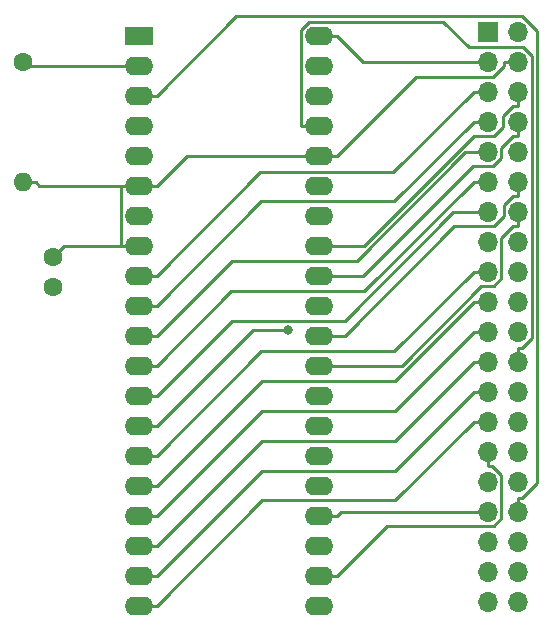
<source format=gbl>
G04 #@! TF.GenerationSoftware,KiCad,Pcbnew,(5.1.12)-1*
G04 #@! TF.CreationDate,2022-10-05T17:54:17-05:00*
G04 #@! TF.ProjectId,cpu,6370752e-6b69-4636-9164-5f7063625858,rev?*
G04 #@! TF.SameCoordinates,Original*
G04 #@! TF.FileFunction,Copper,L2,Bot*
G04 #@! TF.FilePolarity,Positive*
%FSLAX46Y46*%
G04 Gerber Fmt 4.6, Leading zero omitted, Abs format (unit mm)*
G04 Created by KiCad (PCBNEW (5.1.12)-1) date 2022-10-05 17:54:17*
%MOMM*%
%LPD*%
G01*
G04 APERTURE LIST*
G04 #@! TA.AperFunction,ComponentPad*
%ADD10O,1.700000X1.700000*%
G04 #@! TD*
G04 #@! TA.AperFunction,ComponentPad*
%ADD11R,1.700000X1.700000*%
G04 #@! TD*
G04 #@! TA.AperFunction,ComponentPad*
%ADD12C,1.600000*%
G04 #@! TD*
G04 #@! TA.AperFunction,ComponentPad*
%ADD13O,1.600000X1.600000*%
G04 #@! TD*
G04 #@! TA.AperFunction,ComponentPad*
%ADD14R,2.400000X1.600000*%
G04 #@! TD*
G04 #@! TA.AperFunction,ComponentPad*
%ADD15O,2.400000X1.600000*%
G04 #@! TD*
G04 #@! TA.AperFunction,ViaPad*
%ADD16C,0.800000*%
G04 #@! TD*
G04 #@! TA.AperFunction,Conductor*
%ADD17C,0.250000*%
G04 #@! TD*
G04 APERTURE END LIST*
D10*
X158750000Y-96520000D03*
X156210000Y-96520000D03*
X158750000Y-93980000D03*
X156210000Y-93980000D03*
X158750000Y-91440000D03*
X156210000Y-91440000D03*
X158750000Y-88900000D03*
X156210000Y-88900000D03*
X158750000Y-86360000D03*
X156210000Y-86360000D03*
X158750000Y-83820000D03*
X156210000Y-83820000D03*
X158750000Y-81280000D03*
X156210000Y-81280000D03*
X158750000Y-78740000D03*
X156210000Y-78740000D03*
X158750000Y-76200000D03*
X156210000Y-76200000D03*
X158750000Y-73660000D03*
X156210000Y-73660000D03*
X158750000Y-71120000D03*
X156210000Y-71120000D03*
X158750000Y-68580000D03*
X156210000Y-68580000D03*
X158750000Y-66040000D03*
X156210000Y-66040000D03*
X158750000Y-63500000D03*
X156210000Y-63500000D03*
X158750000Y-60960000D03*
X156210000Y-60960000D03*
X158750000Y-58420000D03*
X156210000Y-58420000D03*
X158750000Y-55880000D03*
X156210000Y-55880000D03*
X158750000Y-53340000D03*
X156210000Y-53340000D03*
X158750000Y-50800000D03*
X156210000Y-50800000D03*
X158750000Y-48260000D03*
D11*
X156210000Y-48260000D03*
D12*
X116840000Y-50800000D03*
D13*
X116840000Y-60960000D03*
D14*
X126695000Y-48565000D03*
D15*
X141935000Y-96825000D03*
X126695000Y-51105000D03*
X141935000Y-94285000D03*
X126695000Y-53645000D03*
X141935000Y-91745000D03*
X126695000Y-56185000D03*
X141935000Y-89205000D03*
X126695000Y-58725000D03*
X141935000Y-86665000D03*
X126695000Y-61265000D03*
X141935000Y-84125000D03*
X126695000Y-63805000D03*
X141935000Y-81585000D03*
X126695000Y-66345000D03*
X141935000Y-79045000D03*
X126695000Y-68885000D03*
X141935000Y-76505000D03*
X126695000Y-71425000D03*
X141935000Y-73965000D03*
X126695000Y-73965000D03*
X141935000Y-71425000D03*
X126695000Y-76505000D03*
X141935000Y-68885000D03*
X126695000Y-79045000D03*
X141935000Y-66345000D03*
X126695000Y-81585000D03*
X141935000Y-63805000D03*
X126695000Y-84125000D03*
X141935000Y-61265000D03*
X126695000Y-86665000D03*
X141935000Y-58725000D03*
X126695000Y-89205000D03*
X141935000Y-56185000D03*
X126695000Y-91745000D03*
X141935000Y-53645000D03*
X126695000Y-94285000D03*
X141935000Y-51105000D03*
X126695000Y-96825000D03*
X141935000Y-48565000D03*
D12*
X119380000Y-69850000D03*
X119380000Y-67350000D03*
D16*
X139293000Y-73460300D03*
D17*
X125170000Y-66345000D02*
X120385000Y-66345000D01*
X120385000Y-66345000D02*
X119380000Y-67350000D01*
X126695000Y-66345000D02*
X125170000Y-66345000D01*
X125170000Y-66345000D02*
X125170000Y-61265000D01*
X125170000Y-61265000D02*
X126695000Y-61265000D01*
X126695000Y-61265000D02*
X128220000Y-61265000D01*
X128220000Y-61265000D02*
X130760000Y-58725000D01*
X130760000Y-58725000D02*
X141935000Y-58725000D01*
X116840000Y-60960000D02*
X117965000Y-60960000D01*
X117965000Y-60960000D02*
X118270000Y-61265000D01*
X118270000Y-61265000D02*
X125170000Y-61265000D01*
X158750000Y-50800000D02*
X157575000Y-50800000D01*
X157575000Y-50800000D02*
X157575000Y-51165200D01*
X157575000Y-51165200D02*
X156670000Y-52070000D01*
X156670000Y-52070000D02*
X150115000Y-52070000D01*
X150115000Y-52070000D02*
X143460000Y-58725000D01*
X143460000Y-58725000D02*
X141935000Y-58725000D01*
X158750000Y-53340000D02*
X158750000Y-54515100D01*
X158750000Y-54515100D02*
X158385000Y-54515100D01*
X158385000Y-54515100D02*
X157480000Y-55419800D01*
X157480000Y-55419800D02*
X157480000Y-56310900D01*
X157480000Y-56310900D02*
X156736000Y-57055200D01*
X156736000Y-57055200D02*
X155058000Y-57055200D01*
X155058000Y-57055200D02*
X145768000Y-66345000D01*
X145768000Y-66345000D02*
X141935000Y-66345000D01*
X158750000Y-55880000D02*
X158750000Y-57055100D01*
X158750000Y-57055100D02*
X158385000Y-57055100D01*
X158385000Y-57055100D02*
X157385000Y-58054600D01*
X157385000Y-58054600D02*
X157385000Y-58909700D01*
X157385000Y-58909700D02*
X156700000Y-59595200D01*
X156700000Y-59595200D02*
X154945000Y-59595200D01*
X154945000Y-59595200D02*
X145655000Y-68885000D01*
X145655000Y-68885000D02*
X141935000Y-68885000D01*
X156210000Y-88900000D02*
X143765000Y-88900000D01*
X143765000Y-88900000D02*
X143460000Y-89205000D01*
X143460000Y-89205000D02*
X141935000Y-89205000D01*
X158750000Y-60960000D02*
X158750000Y-62135100D01*
X158750000Y-62135100D02*
X158383000Y-62135100D01*
X158383000Y-62135100D02*
X157575000Y-62942900D01*
X157575000Y-62942900D02*
X157575000Y-63821000D01*
X157575000Y-63821000D02*
X156721000Y-64675200D01*
X156721000Y-64675200D02*
X153398000Y-64675200D01*
X153398000Y-64675200D02*
X144108000Y-73965000D01*
X144108000Y-73965000D02*
X141935000Y-73965000D01*
X141935000Y-94285000D02*
X143460000Y-94285000D01*
X143460000Y-94285000D02*
X147670000Y-90075200D01*
X147670000Y-90075200D02*
X156725000Y-90075200D01*
X156725000Y-90075200D02*
X157386000Y-89414200D01*
X157386000Y-89414200D02*
X157386000Y-85805500D01*
X157386000Y-85805500D02*
X156575000Y-84995100D01*
X156575000Y-84995100D02*
X156210000Y-84995100D01*
X156210000Y-84995100D02*
X156210000Y-83820000D01*
X141935000Y-76505000D02*
X148925000Y-76505000D01*
X148925000Y-76505000D02*
X155675000Y-69755200D01*
X155675000Y-69755200D02*
X156736000Y-69755200D01*
X156736000Y-69755200D02*
X157385000Y-69105800D01*
X157385000Y-69105800D02*
X157385000Y-65674700D01*
X157385000Y-65674700D02*
X158385000Y-64675100D01*
X158385000Y-64675100D02*
X158750000Y-64675100D01*
X158750000Y-64675100D02*
X158750000Y-63500000D01*
X126695000Y-96825000D02*
X128220000Y-96825000D01*
X128220000Y-96825000D02*
X137134000Y-87911100D01*
X137134000Y-87911100D02*
X148404000Y-87911100D01*
X148404000Y-87911100D02*
X155035000Y-81280000D01*
X155035000Y-81280000D02*
X156210000Y-81280000D01*
X126695000Y-94285000D02*
X128220000Y-94285000D01*
X128220000Y-94285000D02*
X137110000Y-85395000D01*
X137110000Y-85395000D02*
X148380000Y-85395000D01*
X148380000Y-85395000D02*
X155035000Y-78740000D01*
X155035000Y-78740000D02*
X156210000Y-78740000D01*
X126695000Y-91745000D02*
X128220000Y-91745000D01*
X128220000Y-91745000D02*
X137110000Y-82855000D01*
X137110000Y-82855000D02*
X148380000Y-82855000D01*
X148380000Y-82855000D02*
X155035000Y-76200000D01*
X155035000Y-76200000D02*
X156210000Y-76200000D01*
X126695000Y-89205000D02*
X128220000Y-89205000D01*
X128220000Y-89205000D02*
X137110000Y-80315000D01*
X137110000Y-80315000D02*
X148380000Y-80315000D01*
X148380000Y-80315000D02*
X155035000Y-73660000D01*
X155035000Y-73660000D02*
X156210000Y-73660000D01*
X126695000Y-86665000D02*
X128220000Y-86665000D01*
X128220000Y-86665000D02*
X137110000Y-77775000D01*
X137110000Y-77775000D02*
X148380000Y-77775000D01*
X148380000Y-77775000D02*
X155035000Y-71120000D01*
X155035000Y-71120000D02*
X156210000Y-71120000D01*
X141935000Y-56185000D02*
X140410000Y-56185000D01*
X140410000Y-56185000D02*
X140410000Y-48078100D01*
X140410000Y-48078100D02*
X141101000Y-47387400D01*
X141101000Y-47387400D02*
X152464000Y-47387400D01*
X152464000Y-47387400D02*
X154606000Y-49530000D01*
X154606000Y-49530000D02*
X159177000Y-49530000D01*
X159177000Y-49530000D02*
X159939000Y-50291700D01*
X159939000Y-50291700D02*
X159939000Y-74201100D01*
X159939000Y-74201100D02*
X159115000Y-75024900D01*
X159115000Y-75024900D02*
X158750000Y-75024900D01*
X158750000Y-75024900D02*
X158750000Y-76200000D01*
X126695000Y-84125000D02*
X128220000Y-84125000D01*
X128220000Y-84125000D02*
X137031000Y-75314500D01*
X137031000Y-75314500D02*
X148300000Y-75314500D01*
X148300000Y-75314500D02*
X155035000Y-68580000D01*
X155035000Y-68580000D02*
X156210000Y-68580000D01*
X126695000Y-81585000D02*
X128220000Y-81585000D01*
X128220000Y-81585000D02*
X136345000Y-73460300D01*
X136345000Y-73460300D02*
X139293000Y-73460300D01*
X156210000Y-63500000D02*
X153300000Y-63500000D01*
X153300000Y-63500000D02*
X144105000Y-72695000D01*
X144105000Y-72695000D02*
X134570000Y-72695000D01*
X134570000Y-72695000D02*
X128220000Y-79045000D01*
X128220000Y-79045000D02*
X126695000Y-79045000D01*
X156210000Y-60960000D02*
X155035000Y-60960000D01*
X155035000Y-60960000D02*
X145786000Y-70209400D01*
X145786000Y-70209400D02*
X145786000Y-70209500D01*
X145786000Y-70209500D02*
X134516000Y-70209500D01*
X134516000Y-70209500D02*
X128220000Y-76505000D01*
X128220000Y-76505000D02*
X126695000Y-76505000D01*
X126695000Y-73965000D02*
X128220000Y-73965000D01*
X128220000Y-73965000D02*
X134570000Y-67615000D01*
X134570000Y-67615000D02*
X145135000Y-67615000D01*
X145135000Y-67615000D02*
X154330000Y-58420000D01*
X154330000Y-58420000D02*
X156210000Y-58420000D01*
X126695000Y-53645000D02*
X128220000Y-53645000D01*
X128220000Y-53645000D02*
X134937000Y-46928500D01*
X134937000Y-46928500D02*
X159127000Y-46928500D01*
X159127000Y-46928500D02*
X160418000Y-48219000D01*
X160418000Y-48219000D02*
X160418000Y-86422500D01*
X160418000Y-86422500D02*
X159115000Y-87724900D01*
X159115000Y-87724900D02*
X158750000Y-87724900D01*
X158750000Y-87724900D02*
X158750000Y-88900000D01*
X156210000Y-55880000D02*
X155035000Y-55880000D01*
X155035000Y-55880000D02*
X148302000Y-62612500D01*
X148302000Y-62612500D02*
X137033000Y-62612500D01*
X137033000Y-62612500D02*
X128220000Y-71425000D01*
X128220000Y-71425000D02*
X126695000Y-71425000D01*
X126695000Y-68885000D02*
X128220000Y-68885000D01*
X128220000Y-68885000D02*
X136965000Y-60139800D01*
X136965000Y-60139800D02*
X148235000Y-60139800D01*
X148235000Y-60139800D02*
X155035000Y-53340000D01*
X155035000Y-53340000D02*
X156210000Y-53340000D01*
X141935000Y-48565000D02*
X143460000Y-48565000D01*
X143460000Y-48565000D02*
X145695000Y-50800000D01*
X145695000Y-50800000D02*
X156210000Y-50800000D01*
X126695000Y-51105000D02*
X117145000Y-51105000D01*
X117145000Y-51105000D02*
X116840000Y-50800000D01*
M02*

</source>
